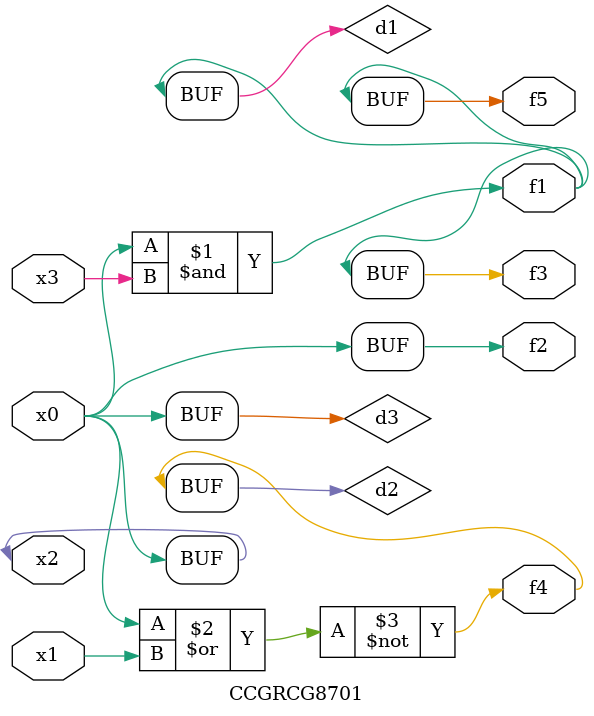
<source format=v>
module CCGRCG8701(
	input x0, x1, x2, x3,
	output f1, f2, f3, f4, f5
);

	wire d1, d2, d3;

	and (d1, x2, x3);
	nor (d2, x0, x1);
	buf (d3, x0, x2);
	assign f1 = d1;
	assign f2 = d3;
	assign f3 = d1;
	assign f4 = d2;
	assign f5 = d1;
endmodule

</source>
